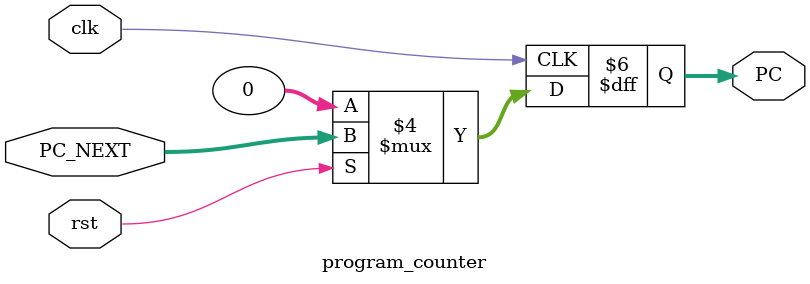
<source format=v>
module program_counter(rst,clk,PC_NEXT,PC);
              
              
      input rst,clk;
      //declaring o/ps
       output reg [31:0] PC;
  
       //declarring i/psc
       input [31:0]  PC_NEXT;

       always @ ( posedge clk) 
        begin

         if(~rst)
           begin
            PC <= 32'h00000000;  
           end
         else
           begin
            PC <= PC_NEXT;
           end
        
        end


              








endmodule

</source>
